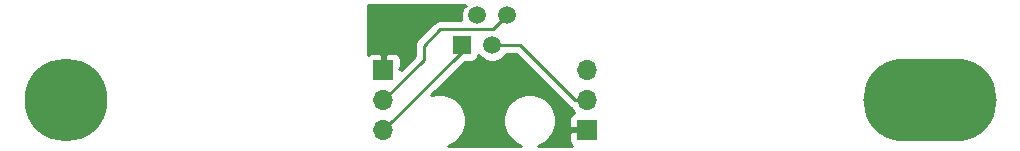
<source format=gtl>
%TF.GenerationSoftware,KiCad,Pcbnew,5.1.10*%
%TF.CreationDate,2021-12-13T09:12:55+01:00*%
%TF.ProjectId,sensor_board,73656e73-6f72-45f6-926f-6172642e6b69,rev?*%
%TF.SameCoordinates,Original*%
%TF.FileFunction,Copper,L1,Top*%
%TF.FilePolarity,Positive*%
%FSLAX46Y46*%
G04 Gerber Fmt 4.6, Leading zero omitted, Abs format (unit mm)*
G04 Created by KiCad (PCBNEW 5.1.10) date 2021-12-13 09:12:55*
%MOMM*%
%LPD*%
G01*
G04 APERTURE LIST*
%TA.AperFunction,ComponentPad*%
%ADD10O,11.300000X7.000000*%
%TD*%
%TA.AperFunction,ComponentPad*%
%ADD11C,7.000000*%
%TD*%
%TA.AperFunction,ComponentPad*%
%ADD12R,1.500000X1.500000*%
%TD*%
%TA.AperFunction,ComponentPad*%
%ADD13C,1.500000*%
%TD*%
%TA.AperFunction,ComponentPad*%
%ADD14O,1.700000X1.700000*%
%TD*%
%TA.AperFunction,ComponentPad*%
%ADD15R,1.700000X1.700000*%
%TD*%
%TA.AperFunction,ViaPad*%
%ADD16C,0.800000*%
%TD*%
%TA.AperFunction,Conductor*%
%ADD17C,0.250000*%
%TD*%
%TA.AperFunction,Conductor*%
%ADD18C,0.254000*%
%TD*%
%TA.AperFunction,Conductor*%
%ADD19C,0.100000*%
%TD*%
G04 APERTURE END LIST*
D10*
X176850000Y-86200000D03*
D11*
X103700000Y-86200000D03*
D12*
X137265000Y-81570000D03*
D13*
X138535000Y-79030000D03*
X139805000Y-81570000D03*
X141075000Y-79030000D03*
D14*
X130600000Y-88755000D03*
X130600000Y-86215000D03*
D15*
X130600000Y-83675000D03*
D14*
X147800000Y-83645000D03*
X147800000Y-86185000D03*
D15*
X147800000Y-88725000D03*
D16*
X139100000Y-88000000D03*
X137850000Y-84750000D03*
X142350000Y-84750000D03*
X130850000Y-79500000D03*
X133850000Y-79000000D03*
D17*
X137265000Y-82090000D02*
X137265000Y-81570000D01*
X130600000Y-88755000D02*
X137265000Y-82090000D01*
X147800000Y-86215000D02*
X146815000Y-86215000D01*
X142170000Y-81570000D02*
X139805000Y-81570000D01*
X146815000Y-86215000D02*
X142170000Y-81570000D01*
X130600000Y-86215000D02*
X130600000Y-86000000D01*
X130600000Y-86215000D02*
X134000000Y-82815000D01*
X134000000Y-82815000D02*
X134000000Y-81600000D01*
X134000000Y-81600000D02*
X135400000Y-80200000D01*
X139905000Y-80200000D02*
X141075000Y-79030000D01*
X135400000Y-80200000D02*
X139905000Y-80200000D01*
D18*
X146251201Y-86726003D02*
X146274999Y-86755001D01*
X146303997Y-86778799D01*
X146390723Y-86849974D01*
X146495887Y-86906185D01*
X146646525Y-87131632D01*
X146778380Y-87263487D01*
X146705820Y-87285498D01*
X146595506Y-87344463D01*
X146498815Y-87423815D01*
X146419463Y-87520506D01*
X146360498Y-87630820D01*
X146324188Y-87750518D01*
X146311928Y-87875000D01*
X146315000Y-88439250D01*
X146473750Y-88598000D01*
X147673000Y-88598000D01*
X147673000Y-88578000D01*
X147927000Y-88578000D01*
X147927000Y-88598000D01*
X147947000Y-88598000D01*
X147947000Y-88852000D01*
X147927000Y-88852000D01*
X147927000Y-88872000D01*
X147673000Y-88872000D01*
X147673000Y-88852000D01*
X146473750Y-88852000D01*
X146315000Y-89010750D01*
X146311928Y-89575000D01*
X146324188Y-89699482D01*
X146360498Y-89819180D01*
X146419463Y-89929494D01*
X146498815Y-90026185D01*
X146555859Y-90073000D01*
X143692862Y-90073000D01*
X144055511Y-89922786D01*
X144425666Y-89675456D01*
X144740456Y-89360666D01*
X144987786Y-88990511D01*
X145158149Y-88579218D01*
X145245000Y-88142591D01*
X145245000Y-87697409D01*
X145158149Y-87260782D01*
X144987786Y-86849489D01*
X144740456Y-86479334D01*
X144425666Y-86164544D01*
X144055511Y-85917214D01*
X143644218Y-85746851D01*
X143207591Y-85660000D01*
X142762409Y-85660000D01*
X142325782Y-85746851D01*
X141914489Y-85917214D01*
X141544334Y-86164544D01*
X141229544Y-86479334D01*
X140982214Y-86849489D01*
X140811851Y-87260782D01*
X140725000Y-87697409D01*
X140725000Y-88142591D01*
X140811851Y-88579218D01*
X140982214Y-88990511D01*
X141229544Y-89360666D01*
X141544334Y-89675456D01*
X141914489Y-89922786D01*
X142277138Y-90073000D01*
X136072862Y-90073000D01*
X136435511Y-89922786D01*
X136805666Y-89675456D01*
X137120456Y-89360666D01*
X137367786Y-88990511D01*
X137538149Y-88579218D01*
X137625000Y-88142591D01*
X137625000Y-87697409D01*
X137538149Y-87260782D01*
X137367786Y-86849489D01*
X137120456Y-86479334D01*
X136805666Y-86164544D01*
X136435511Y-85917214D01*
X136024218Y-85746851D01*
X135587591Y-85660000D01*
X135142409Y-85660000D01*
X134705782Y-85746851D01*
X134666807Y-85762995D01*
X137471731Y-82958072D01*
X138015000Y-82958072D01*
X138139482Y-82945812D01*
X138259180Y-82909502D01*
X138369494Y-82850537D01*
X138466185Y-82771185D01*
X138545537Y-82674494D01*
X138604502Y-82564180D01*
X138640812Y-82444482D01*
X138651445Y-82336517D01*
X138729201Y-82452886D01*
X138922114Y-82645799D01*
X139148957Y-82797371D01*
X139401011Y-82901775D01*
X139668589Y-82955000D01*
X139941411Y-82955000D01*
X140208989Y-82901775D01*
X140461043Y-82797371D01*
X140687886Y-82645799D01*
X140880799Y-82452886D01*
X140962909Y-82330000D01*
X141855199Y-82330000D01*
X146251201Y-86726003D01*
%TA.AperFunction,Conductor*%
D19*
G36*
X146251201Y-86726003D02*
G01*
X146274999Y-86755001D01*
X146303997Y-86778799D01*
X146390723Y-86849974D01*
X146495887Y-86906185D01*
X146646525Y-87131632D01*
X146778380Y-87263487D01*
X146705820Y-87285498D01*
X146595506Y-87344463D01*
X146498815Y-87423815D01*
X146419463Y-87520506D01*
X146360498Y-87630820D01*
X146324188Y-87750518D01*
X146311928Y-87875000D01*
X146315000Y-88439250D01*
X146473750Y-88598000D01*
X147673000Y-88598000D01*
X147673000Y-88578000D01*
X147927000Y-88578000D01*
X147927000Y-88598000D01*
X147947000Y-88598000D01*
X147947000Y-88852000D01*
X147927000Y-88852000D01*
X147927000Y-88872000D01*
X147673000Y-88872000D01*
X147673000Y-88852000D01*
X146473750Y-88852000D01*
X146315000Y-89010750D01*
X146311928Y-89575000D01*
X146324188Y-89699482D01*
X146360498Y-89819180D01*
X146419463Y-89929494D01*
X146498815Y-90026185D01*
X146555859Y-90073000D01*
X143692862Y-90073000D01*
X144055511Y-89922786D01*
X144425666Y-89675456D01*
X144740456Y-89360666D01*
X144987786Y-88990511D01*
X145158149Y-88579218D01*
X145245000Y-88142591D01*
X145245000Y-87697409D01*
X145158149Y-87260782D01*
X144987786Y-86849489D01*
X144740456Y-86479334D01*
X144425666Y-86164544D01*
X144055511Y-85917214D01*
X143644218Y-85746851D01*
X143207591Y-85660000D01*
X142762409Y-85660000D01*
X142325782Y-85746851D01*
X141914489Y-85917214D01*
X141544334Y-86164544D01*
X141229544Y-86479334D01*
X140982214Y-86849489D01*
X140811851Y-87260782D01*
X140725000Y-87697409D01*
X140725000Y-88142591D01*
X140811851Y-88579218D01*
X140982214Y-88990511D01*
X141229544Y-89360666D01*
X141544334Y-89675456D01*
X141914489Y-89922786D01*
X142277138Y-90073000D01*
X136072862Y-90073000D01*
X136435511Y-89922786D01*
X136805666Y-89675456D01*
X137120456Y-89360666D01*
X137367786Y-88990511D01*
X137538149Y-88579218D01*
X137625000Y-88142591D01*
X137625000Y-87697409D01*
X137538149Y-87260782D01*
X137367786Y-86849489D01*
X137120456Y-86479334D01*
X136805666Y-86164544D01*
X136435511Y-85917214D01*
X136024218Y-85746851D01*
X135587591Y-85660000D01*
X135142409Y-85660000D01*
X134705782Y-85746851D01*
X134666807Y-85762995D01*
X137471731Y-82958072D01*
X138015000Y-82958072D01*
X138139482Y-82945812D01*
X138259180Y-82909502D01*
X138369494Y-82850537D01*
X138466185Y-82771185D01*
X138545537Y-82674494D01*
X138604502Y-82564180D01*
X138640812Y-82444482D01*
X138651445Y-82336517D01*
X138729201Y-82452886D01*
X138922114Y-82645799D01*
X139148957Y-82797371D01*
X139401011Y-82901775D01*
X139668589Y-82955000D01*
X139941411Y-82955000D01*
X140208989Y-82901775D01*
X140461043Y-82797371D01*
X140687886Y-82645799D01*
X140880799Y-82452886D01*
X140962909Y-82330000D01*
X141855199Y-82330000D01*
X146251201Y-86726003D01*
G37*
%TD.AperFunction*%
D18*
X137461549Y-78136157D02*
X137578005Y-78252613D01*
X137339140Y-78318137D01*
X137223240Y-78565116D01*
X137157750Y-78829960D01*
X137145188Y-79102492D01*
X137186035Y-79372238D01*
X137210512Y-79440000D01*
X135437322Y-79440000D01*
X135400000Y-79436324D01*
X135362677Y-79440000D01*
X135362667Y-79440000D01*
X135251014Y-79450997D01*
X135107753Y-79494454D01*
X134975723Y-79565026D01*
X134897976Y-79628832D01*
X134859999Y-79659999D01*
X134836201Y-79688997D01*
X133488998Y-81036201D01*
X133460000Y-81059999D01*
X133436202Y-81088997D01*
X133436201Y-81088998D01*
X133365026Y-81175724D01*
X133294454Y-81307754D01*
X133250998Y-81451015D01*
X133236324Y-81600000D01*
X133240001Y-81637332D01*
X133240000Y-82500198D01*
X132085000Y-83655198D01*
X132085000Y-83547998D01*
X131926252Y-83547998D01*
X132085000Y-83389250D01*
X132088072Y-82825000D01*
X132075812Y-82700518D01*
X132039502Y-82580820D01*
X131980537Y-82470506D01*
X131901185Y-82373815D01*
X131804494Y-82294463D01*
X131694180Y-82235498D01*
X131574482Y-82199188D01*
X131450000Y-82186928D01*
X130885750Y-82190000D01*
X130727000Y-82348750D01*
X130727000Y-83548000D01*
X130747000Y-83548000D01*
X130747000Y-83802000D01*
X130727000Y-83802000D01*
X130727000Y-83822000D01*
X130473000Y-83822000D01*
X130473000Y-83802000D01*
X130453000Y-83802000D01*
X130453000Y-83548000D01*
X130473000Y-83548000D01*
X130473000Y-82348750D01*
X130314250Y-82190000D01*
X129750000Y-82186928D01*
X129625518Y-82199188D01*
X129505820Y-82235498D01*
X129395506Y-82294463D01*
X129327000Y-82350684D01*
X129327000Y-78127000D01*
X137470706Y-78127000D01*
X137461549Y-78136157D01*
%TA.AperFunction,Conductor*%
D19*
G36*
X137461549Y-78136157D02*
G01*
X137578005Y-78252613D01*
X137339140Y-78318137D01*
X137223240Y-78565116D01*
X137157750Y-78829960D01*
X137145188Y-79102492D01*
X137186035Y-79372238D01*
X137210512Y-79440000D01*
X135437322Y-79440000D01*
X135400000Y-79436324D01*
X135362677Y-79440000D01*
X135362667Y-79440000D01*
X135251014Y-79450997D01*
X135107753Y-79494454D01*
X134975723Y-79565026D01*
X134897976Y-79628832D01*
X134859999Y-79659999D01*
X134836201Y-79688997D01*
X133488998Y-81036201D01*
X133460000Y-81059999D01*
X133436202Y-81088997D01*
X133436201Y-81088998D01*
X133365026Y-81175724D01*
X133294454Y-81307754D01*
X133250998Y-81451015D01*
X133236324Y-81600000D01*
X133240001Y-81637332D01*
X133240000Y-82500198D01*
X132085000Y-83655198D01*
X132085000Y-83547998D01*
X131926252Y-83547998D01*
X132085000Y-83389250D01*
X132088072Y-82825000D01*
X132075812Y-82700518D01*
X132039502Y-82580820D01*
X131980537Y-82470506D01*
X131901185Y-82373815D01*
X131804494Y-82294463D01*
X131694180Y-82235498D01*
X131574482Y-82199188D01*
X131450000Y-82186928D01*
X130885750Y-82190000D01*
X130727000Y-82348750D01*
X130727000Y-83548000D01*
X130747000Y-83548000D01*
X130747000Y-83802000D01*
X130727000Y-83802000D01*
X130727000Y-83822000D01*
X130473000Y-83822000D01*
X130473000Y-83802000D01*
X130453000Y-83802000D01*
X130453000Y-83548000D01*
X130473000Y-83548000D01*
X130473000Y-82348750D01*
X130314250Y-82190000D01*
X129750000Y-82186928D01*
X129625518Y-82199188D01*
X129505820Y-82235498D01*
X129395506Y-82294463D01*
X129327000Y-82350684D01*
X129327000Y-78127000D01*
X137470706Y-78127000D01*
X137461549Y-78136157D01*
G37*
%TD.AperFunction*%
D18*
X138728748Y-79015858D02*
X138714605Y-79030000D01*
X138728748Y-79044143D01*
X138549143Y-79223748D01*
X138535000Y-79209605D01*
X138520858Y-79223748D01*
X138341253Y-79044143D01*
X138355395Y-79030000D01*
X138341253Y-79015858D01*
X138520858Y-78836253D01*
X138535000Y-78850395D01*
X138549143Y-78836253D01*
X138728748Y-79015858D01*
%TA.AperFunction,Conductor*%
D19*
G36*
X138728748Y-79015858D02*
G01*
X138714605Y-79030000D01*
X138728748Y-79044143D01*
X138549143Y-79223748D01*
X138535000Y-79209605D01*
X138520858Y-79223748D01*
X138341253Y-79044143D01*
X138355395Y-79030000D01*
X138341253Y-79015858D01*
X138520858Y-78836253D01*
X138535000Y-78850395D01*
X138549143Y-78836253D01*
X138728748Y-79015858D01*
G37*
%TD.AperFunction*%
M02*

</source>
